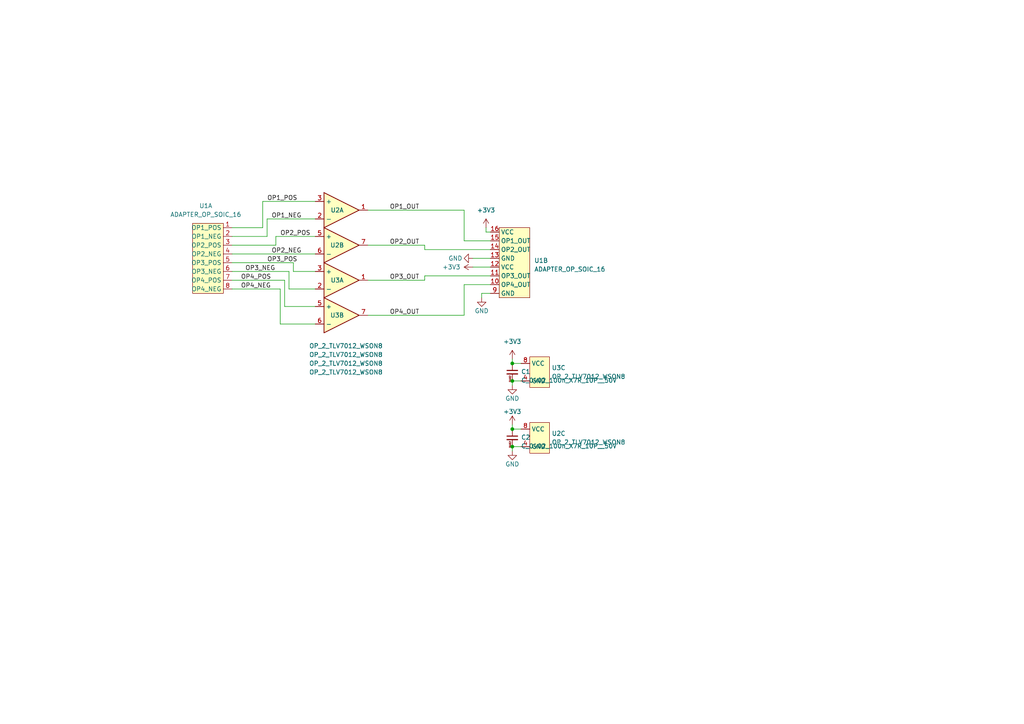
<source format=kicad_sch>
(kicad_sch (version 20211123) (generator eeschema)
  (paper "A4")
  (lib_symbols
    (symbol "LEA_SymbolLibrary:+3V3" (power) (pin_numbers hide) (pin_names (offset 0))
      (property "Value" "+3V3" (at 0 3.81 0))
      (symbol "+3V3_1_1"
        (polyline (pts (xy -0.762 1.27) (xy 0 2.54)))
        (polyline (pts (xy 0 0) (xy 0 2.54)))
        (polyline (pts (xy 0 2.54) (xy 0.762 1.27)))
        (pin power_in line (at 0 0 90) (length 0) hide (name "+3V3") (number "1"))
      )
    )
    (symbol "LEA_SymbolLibrary:ADAPTER_OP_SOIC_16" (in_bom no)
      (property "Reference" "U" (at -3.81 12.065 0))
      (property "Value" "ADAPTER_OP_SOIC_16" (at 1.27 -11.43 0))
      (symbol "ADAPTER_OP_SOIC_16_0_1"
        (rectangle (start -3.81 10.16) (end 5.08 -10.16) (fill (type background)))
      )
      (symbol "ADAPTER_OP_SOIC_16_1_1"
        (pin output line (at 7.62 8.89 180) (length 2.54) (name "OP1_POS") (number "1"))
        (pin output line (at 7.62 6.35 180) (length 2.54) (name "OP1_NEG") (number "2"))
        (pin output line (at 7.62 3.81 180) (length 2.54) (name "OP2_POS") (number "3"))
        (pin output line (at 7.62 1.27 180) (length 2.54) (name "OP2_NEG") (number "4"))
        (pin output line (at 7.62 -1.27 180) (length 2.54) (name "OP3_POS") (number "5"))
        (pin output line (at 7.62 -3.81 180) (length 2.54) (name "OP3_NEG") (number "6"))
        (pin output line (at 7.62 -6.35 180) (length 2.54) (name "OP4_POS") (number "7"))
        (pin output line (at 7.62 -8.89 180) (length 2.54) (name "OP4_NEG") (number "8"))
      )
      (symbol "ADAPTER_OP_SOIC_16_2_1"
        (pin input line (at -6.35 -6.35 0) (length 2.54) (name "OP4_OUT") (number "10"))
        (pin input line (at -6.35 -3.81 0) (length 2.54) (name "OP3_OUT") (number "11"))
        (pin power_in line (at -6.35 -1.27 0) (length 2.54) (name "VCC") (number "12"))
        (pin power_in line (at -6.35 1.27 0) (length 2.54) (name "GND") (number "13"))
        (pin input line (at -6.35 3.81 0) (length 2.54) (name "OP2_OUT") (number "14"))
        (pin input line (at -6.35 6.35 0) (length 2.54) (name "OP1_OUT") (number "15"))
        (pin power_out line (at -6.35 8.89 0) (length 2.54) (name "VCC") (number "16"))
        (pin power_out line (at -6.35 -8.89 0) (length 2.54) (name "GND") (number "9"))
      )
    )
    (symbol "LEA_SymbolLibrary:C_0402_100n_X7R_10P__50V" (pin_numbers hide) (pin_names (offset 0.254) hide)
      (property "Reference" "C" (at 0.762 0.508 0))
      (property "Value" "C_0402_100n_X7R_10P__50V" (at 0.762 -1.016 0))
      (symbol "C_0402_100n_X7R_10P__50V_0_0"
        (text "0402" (at -0.635 -1.905 900) (effects (font (size 0.5 0.5))))
      )
      (symbol "C_0402_100n_X7R_10P__50V_0_1"
        (polyline (pts (xy -1.524 -0.508) (xy 1.524 -0.508)) (stroke (width 0.3302)))
        (polyline (pts (xy -1.524 0.508) (xy 1.524 0.508)) (stroke (width 0.3048)))
      )
      (symbol "C_0402_100n_X7R_10P__50V_1_1"
        (pin passive line (at 0 2.54 270) (length 2.032) (name "1") (number "1"))
        (pin passive line (at 0 -2.54 90) (length 2.032) (name "2") (number "2"))
      )
    )
    (symbol "LEA_SymbolLibrary:GND" (power) (pin_numbers hide) (pin_names (offset 0))
      (property "Value" "GND" (at 0 -5.08 0))
      (symbol "GND_1_1"
        (polyline (pts (xy 0 0) (xy 0 -1.27) (xy 1.27 -1.27) (xy 0 -2.54) (xy -1.27 -1.27) (xy 0 -1.27)))
        (pin power_in line (at 0 0 90) (length 0) hide (name "GND") (number "1"))
      )
    )
    (symbol "LEA_SymbolLibrary:OP_2_TLV7012_WSON8"
      (property "Reference" "U" (at -1.905 5.715 0))
      (property "Value" "OP_2_TLV7012_WSON8" (at 0.635 -5.715 0))
      (symbol "OP_2_TLV7012_WSON8_1_1"
        (polyline (pts (xy -2.54 5.08) (xy 7.62 0) (xy -2.54 -5.08) (xy -2.54 5.08) (xy -2.54 5.08)) (stroke (width 0.254)) (fill (type background)))
        (pin output line (at 10.16 0 180) (length 2.54) (name "~") (number "1"))
        (pin input line (at -5.08 -2.54 0) (length 2.54) (name "-") (number "2"))
        (pin input line (at -5.08 2.54 0) (length 2.54) (name "+") (number "3"))
      )
      (symbol "OP_2_TLV7012_WSON8_2_1"
        (polyline (pts (xy -2.54 5.08) (xy 7.62 0) (xy -2.54 -5.08) (xy -2.54 5.08) (xy -2.54 5.08)) (stroke (width 0.254)) (fill (type background)))
        (pin input line (at -5.08 2.54 0) (length 2.54) (name "+") (number "5"))
        (pin input line (at -5.08 -2.54 0) (length 2.54) (name "-") (number "6"))
        (pin output line (at 10.16 0 180) (length 2.54) (name "~") (number "7"))
      )
      (symbol "OP_2_TLV7012_WSON8_3_1"
        (rectangle (start -2.54 4.445) (end 3.175 -4.445) (fill (type background)))
        (pin power_in line (at -5.08 -2.54 0) (length 2.54) (name "GND") (number "4"))
        (pin power_in line (at -5.08 2.54 0) (length 2.54) (name "VCC") (number "8"))
      )
    )
  )
  (junction (at 148.59 105.41))
  (junction (at 148.59 129.54))
  (junction (at 148.59 124.46))
  (junction (at 148.59 110.49))
  (wire (pts (xy 80.01 71.12) (xy 67.31 71.12)))
  (wire (pts (xy 148.59 110.49) (xy 148.59 111.76)))
  (wire (pts (xy 123.19 72.39) (xy 142.24 72.39)))
  (wire (pts (xy 85.09 76.2) (xy 67.31 76.2)))
  (wire (pts (xy 77.47 68.58) (xy 77.47 63.5)))
  (wire (pts (xy 67.31 68.58) (xy 77.47 68.58)))
  (wire (pts (xy 80.01 68.58) (xy 91.44 68.58)))
  (wire (pts (xy 91.44 78.74) (xy 85.09 78.74)))
  (wire (pts (xy 77.47 63.5) (xy 91.44 63.5)))
  (wire (pts (xy 123.19 81.28) (xy 123.19 80.01)))
  (wire (pts (xy 76.2 58.42) (xy 76.2 66.04)))
  (wire (pts (xy 142.24 67.31) (xy 140.97 67.31)))
  (wire (pts (xy 142.24 85.09) (xy 139.7 85.09)))
  (wire (pts (xy 134.62 91.44) (xy 106.68 91.44)))
  (wire (pts (xy 123.19 80.01) (xy 142.24 80.01)))
  (wire (pts (xy 82.55 88.9) (xy 82.55 81.28)))
  (wire (pts (xy 106.68 81.28) (xy 123.19 81.28)))
  (wire (pts (xy 148.59 124.46) (xy 148.59 123.19)))
  (wire (pts (xy 106.68 71.12) (xy 123.19 71.12)))
  (wire (pts (xy 151.13 105.41) (xy 148.59 105.41)))
  (wire (pts (xy 148.59 129.54) (xy 148.59 130.81)))
  (wire (pts (xy 134.62 82.55) (xy 134.62 91.44)))
  (wire (pts (xy 81.28 93.98) (xy 91.44 93.98)))
  (wire (pts (xy 151.13 124.46) (xy 148.59 124.46)))
  (wire (pts (xy 85.09 78.74) (xy 85.09 76.2)))
  (wire (pts (xy 137.16 74.93) (xy 142.24 74.93)))
  (wire (pts (xy 81.28 83.82) (xy 81.28 93.98)))
  (wire (pts (xy 137.16 77.47) (xy 142.24 77.47)))
  (wire (pts (xy 80.01 68.58) (xy 80.01 71.12)))
  (wire (pts (xy 151.13 110.49) (xy 148.59 110.49)))
  (wire (pts (xy 83.82 83.82) (xy 91.44 83.82)))
  (wire (pts (xy 148.59 105.41) (xy 148.59 104.14)))
  (wire (pts (xy 134.62 69.85) (xy 142.24 69.85)))
  (wire (pts (xy 139.7 85.09) (xy 139.7 86.36)))
  (wire (pts (xy 151.13 129.54) (xy 148.59 129.54)))
  (wire (pts (xy 140.97 67.31) (xy 140.97 66.04)))
  (wire (pts (xy 106.68 60.96) (xy 134.62 60.96)))
  (wire (pts (xy 67.31 83.82) (xy 81.28 83.82)))
  (wire (pts (xy 83.82 78.74) (xy 83.82 83.82)))
  (wire (pts (xy 67.31 78.74) (xy 83.82 78.74)))
  (wire (pts (xy 123.19 72.39) (xy 123.19 71.12)))
  (wire (pts (xy 142.24 82.55) (xy 134.62 82.55)))
  (wire (pts (xy 67.31 73.66) (xy 91.44 73.66)))
  (wire (pts (xy 91.44 58.42) (xy 76.2 58.42)))
  (wire (pts (xy 76.2 66.04) (xy 67.31 66.04)))
  (wire (pts (xy 82.55 81.28) (xy 67.31 81.28)))
  (wire (pts (xy 134.62 60.96) (xy 134.62 69.85)))
  (wire (pts (xy 91.44 88.9) (xy 82.55 88.9)))
  (label "OP3_POS" (at 77.47 76.2 0))
  (label "OP1_OUT" (at 113.03 60.96 0))
  (label "OP4_POS" (at 69.85 81.28 0))
  (label "OP2_OUT" (at 113.03 71.12 0))
  (label "OP1_POS" (at 77.47 58.42 0))
  (label "OP2_POS" (at 81.28 68.58 0))
  (label "OP1_NEG" (at 78.74 63.5 0))
  (label "OP3_OUT" (at 113.03 81.28 0))
  (label "OP4_NEG" (at 69.85 83.82 0))
  (label "OP4_OUT" (at 113.03 91.44 0))
  (label "OP3_NEG" (at 71.12 78.74 0))
  (label "OP2_NEG" (at 78.74 73.66 0))
  (symbol (lib_id "LEA_SymbolLibrary:+3V3") (at 137.16 77.47 90) (unit 1)
    (property "Reference" "#PWR0103" (effects hide))
    (property "Value" "+3V3" (at 128.27 77.47 90) (effects (justify right)))
  )
  (symbol (lib_id "LEA_SymbolLibrary:OP_2_TLV7012_WSON8") (at 156.21 127 0) (unit 3)
    (property "Reference" "U2" (at 160.02 125.7299 0) (effects (justify left)))
    (property "Value" "OP_2_TLV7012_WSON8" (at 160.02 128.2699 0) (effects (justify left)))
    (property "Footprint" "LEA_FootprintLibrary:WSON-8-1EP_2x2mm_P0.5mm_EP0.9x1.6mm" (effects hide))
    (property "Datasheet" "https://www.ti.com/lit/ds/symlink/tlv7011.pdf?HQS=dis-mous-null-mousermode-dsf-pf-null-wwe&ts=1673514116430&ref_url=https%253A%252F%252Fwww.mouser.de%252F" (effects hide))
    (property "mouser#" "595-TLV7012DSGR " (effects hide))
    (property "manf#" "TLV7012DSGR " (effects hide))
    (property "Manufacturer" "Texas Instruments" (effects hide))
  )
  (symbol (lib_id "LEA_SymbolLibrary:OP_2_TLV7012_WSON8") (at 96.52 81.28 0) (unit 1)
    (property "Reference" "U3" (at 97.79 81.28 0))
    (property "Value" "OP_2_TLV7012_WSON8" (at 100.33 102.87 0))
    (property "Footprint" "LEA_FootprintLibrary:WSON-8-1EP_2x2mm_P0.5mm_EP0.9x1.6mm" (effects hide))
    (property "Datasheet" "https://www.ti.com/lit/ds/symlink/tlv7011.pdf?HQS=dis-mous-null-mousermode-dsf-pf-null-wwe&ts=1673514116430&ref_url=https%253A%252F%252Fwww.mouser.de%252F" (effects hide))
    (property "mouser#" "595-TLV7012DSGR " (effects hide))
    (property "manf#" "TLV7012DSGR " (effects hide))
    (property "Manufacturer" "Texas Instruments" (effects hide))
  )
  (symbol (lib_id "LEA_SymbolLibrary:OP_2_TLV7012_WSON8") (at 96.52 71.12 0) (unit 2)
    (property "Reference" "U2" (at 97.79 71.12 0))
    (property "Value" "OP_2_TLV7012_WSON8" (at 100.33 105.41 0))
    (property "Footprint" "LEA_FootprintLibrary:WSON-8-1EP_2x2mm_P0.5mm_EP0.9x1.6mm" (effects hide))
    (property "Datasheet" "https://www.ti.com/lit/ds/symlink/tlv7011.pdf?HQS=dis-mous-null-mousermode-dsf-pf-null-wwe&ts=1673514116430&ref_url=https%253A%252F%252Fwww.mouser.de%252F" (effects hide))
    (property "mouser#" "595-TLV7012DSGR " (effects hide))
    (property "manf#" "TLV7012DSGR " (effects hide))
    (property "Manufacturer" "Texas Instruments" (effects hide))
  )
  (symbol (lib_id "LEA_SymbolLibrary:GND") (at 139.7 86.36 0) (unit 1)
    (property "Reference" "#PWR0108" (effects hide))
    (property "Value" "GND" (at 139.7 90.17 0))
  )
  (symbol (lib_id "LEA_SymbolLibrary:+3V3") (at 148.59 104.14 0) (unit 1)
    (property "Reference" "#PWR0101" (effects hide))
    (property "Value" "+3V3" (at 148.59 99.06 0))
  )
  (symbol (lib_id "LEA_SymbolLibrary:ADAPTER_OP_SOIC_16") (at 59.69 74.93 0) (unit 1) (in_bom no)
    (property "Reference" "U1" (at 59.69 59.69 0))
    (property "Value" "ADAPTER_OP_SOIC_16" (at 59.69 62.23 0))
    (property "Footprint" "LEA_FootprintLibrary:ADAPTER_Soic16" (effects hide))
  )
  (symbol (lib_id "LEA_SymbolLibrary:OP_2_TLV7012_WSON8") (at 96.52 91.44 0) (unit 2)
    (property "Reference" "U3" (at 97.79 91.44 0))
    (property "Value" "OP_2_TLV7012_WSON8" (at 100.33 100.33 0))
    (property "Footprint" "LEA_FootprintLibrary:WSON-8-1EP_2x2mm_P0.5mm_EP0.9x1.6mm" (effects hide))
    (property "Datasheet" "https://www.ti.com/lit/ds/symlink/tlv7011.pdf?HQS=dis-mous-null-mousermode-dsf-pf-null-wwe&ts=1673514116430&ref_url=https%253A%252F%252Fwww.mouser.de%252F" (effects hide))
    (property "mouser#" "595-TLV7012DSGR " (effects hide))
    (property "manf#" "TLV7012DSGR " (effects hide))
    (property "Manufacturer" "Texas Instruments" (effects hide))
  )
  (symbol (lib_id "LEA_SymbolLibrary:+3V3") (at 148.59 123.19 0) (unit 1)
    (property "Reference" "#PWR0106" (effects hide))
    (property "Value" "+3V3" (at 148.59 119.38 0))
  )
  (symbol (lib_id "LEA_SymbolLibrary:GND") (at 148.59 130.81 0) (unit 1)
    (property "Reference" "#PWR0102" (effects hide))
    (property "Value" "GND" (at 148.59 134.62 0))
  )
  (symbol (lib_id "LEA_SymbolLibrary:OP_2_TLV7012_WSON8") (at 96.52 60.96 0) (unit 1)
    (property "Reference" "U2" (at 97.79 60.96 0))
    (property "Value" "OP_2_TLV7012_WSON8" (at 100.33 107.95 0))
    (property "Footprint" "LEA_FootprintLibrary:WSON-8-1EP_2x2mm_P0.5mm_EP0.9x1.6mm" (effects hide))
    (property "Datasheet" "https://www.ti.com/lit/ds/symlink/tlv7011.pdf?HQS=dis-mous-null-mousermode-dsf-pf-null-wwe&ts=1673514116430&ref_url=https%253A%252F%252Fwww.mouser.de%252F" (effects hide))
    (property "mouser#" "595-TLV7012DSGR " (effects hide))
    (property "manf#" "TLV7012DSGR " (effects hide))
    (property "Manufacturer" "Texas Instruments" (effects hide))
  )
  (symbol (lib_id "LEA_SymbolLibrary:+3V3") (at 140.97 66.04 0) (unit 1)
    (property "Reference" "#PWR0105" (effects hide))
    (property "Value" "+3V3" (at 140.97 60.96 0))
  )
  (symbol (lib_id "LEA_SymbolLibrary:GND") (at 137.16 74.93 270) (unit 1)
    (property "Reference" "#PWR0104" (effects hide))
    (property "Value" "GND" (at 132.08 74.93 90))
  )
  (symbol (lib_id "LEA_SymbolLibrary:OP_2_TLV7012_WSON8") (at 156.21 107.95 0) (unit 3)
    (property "Reference" "U3" (at 160.02 106.6799 0) (effects (justify left)))
    (property "Value" "OP_2_TLV7012_WSON8" (at 160.02 109.2199 0) (effects (justify left)))
    (property "Footprint" "LEA_FootprintLibrary:WSON-8-1EP_2x2mm_P0.5mm_EP0.9x1.6mm" (effects hide))
    (property "Datasheet" "https://www.ti.com/lit/ds/symlink/tlv7011.pdf?HQS=dis-mous-null-mousermode-dsf-pf-null-wwe&ts=1673514116430&ref_url=https%253A%252F%252Fwww.mouser.de%252F" (effects hide))
    (property "mouser#" "595-TLV7012DSGR " (effects hide))
    (property "manf#" "TLV7012DSGR " (effects hide))
    (property "Manufacturer" "Texas Instruments" (effects hide))
  )
  (symbol (lib_id "LEA_SymbolLibrary:C_0402_100n_X7R_10P__50V") (at 148.59 107.95 0) (unit 1)
    (property "Reference" "C1" (at 151.13 107.794 0) (effects (justify left)))
    (property "Value" "C_0402_100n_X7R_10P__50V" (at 151.13 110.334 0) (effects (justify left)))
    (property "Footprint" "LEA_FootprintLibrary:C_0402" (effects hide))
    (property "manf#" "C1005X7R1H104K" (effects hide))
    (property "Manufacturer" "TDK" (effects hide))
    (property "mouser#" "810-C1005X7R1H104K" (effects hide))
  )
  (symbol (lib_id "LEA_SymbolLibrary:GND") (at 148.59 111.76 0) (unit 1)
    (property "Reference" "#PWR0107" (effects hide))
    (property "Value" "GND" (at 148.59 115.57 0))
  )
  (symbol (lib_id "LEA_SymbolLibrary:C_0402_100n_X7R_10P__50V") (at 148.59 127 0) (unit 1)
    (property "Reference" "C2" (at 151.13 126.844 0) (effects (justify left)))
    (property "Value" "C_0402_100n_X7R_10P__50V" (at 151.13 129.384 0) (effects (justify left)))
    (property "Footprint" "LEA_FootprintLibrary:C_0402" (effects hide))
    (property "manf#" "C1005X7R1H104K" (effects hide))
    (property "Manufacturer" "TDK" (effects hide))
    (property "mouser#" "810-C1005X7R1H104K" (effects hide))
  )
  (symbol (lib_id "LEA_SymbolLibrary:ADAPTER_OP_SOIC_16") (at 148.59 76.2 0) (unit 2) (in_bom no)
    (property "Reference" "U1" (at 154.94 75.5649 0) (effects (justify left)))
    (property "Value" "ADAPTER_OP_SOIC_16" (at 154.94 78.1049 0) (effects (justify left)))
    (property "Footprint" "LEA_FootprintLibrary:ADAPTER_Soic16" (effects hide))
  )
)
</source>
